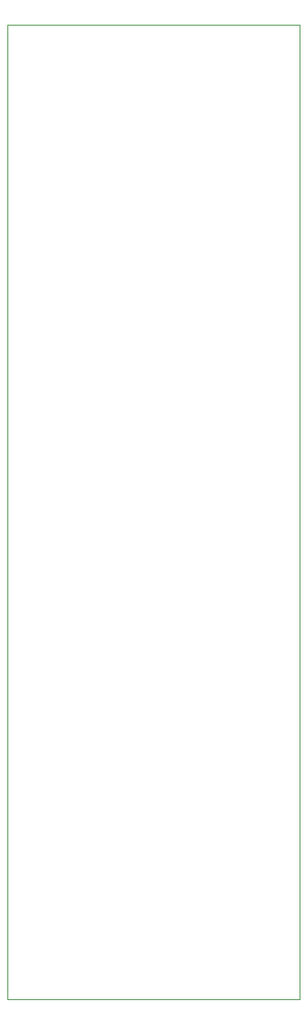
<source format=gbr>
%TF.GenerationSoftware,KiCad,Pcbnew,8.0.5*%
%TF.CreationDate,2024-11-21T14:34:23+00:00*%
%TF.ProjectId,EuroRackControl-MCU,4575726f-5261-4636-9b43-6f6e74726f6c,rev?*%
%TF.SameCoordinates,Original*%
%TF.FileFunction,Profile,NP*%
%FSLAX46Y46*%
G04 Gerber Fmt 4.6, Leading zero omitted, Abs format (unit mm)*
G04 Created by KiCad (PCBNEW 8.0.5) date 2024-11-21 14:34:23*
%MOMM*%
%LPD*%
G01*
G04 APERTURE LIST*
%TA.AperFunction,Profile*%
%ADD10C,0.100000*%
%TD*%
G04 APERTURE END LIST*
D10*
X45000000Y-100000000D02*
X45000000Y-147000000D01*
X45000000Y-53000000D02*
X45000000Y-95000000D01*
X45000000Y-50000000D02*
X45000000Y-53000000D01*
X45000000Y-147000000D02*
X45000000Y-150000000D01*
X45000000Y-150000000D02*
X15000000Y-150000000D01*
X45000000Y-95000000D02*
X45000000Y-100000000D01*
X15000000Y-50000000D02*
X45000000Y-50000000D01*
X15000000Y-150000000D02*
X15000000Y-50000000D01*
M02*

</source>
